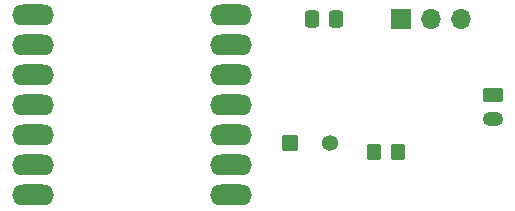
<source format=gbr>
%TF.GenerationSoftware,KiCad,Pcbnew,8.0.8*%
%TF.CreationDate,2025-02-10T00:24:17-08:00*%
%TF.ProjectId,514_final_sensor_pcb,3531345f-6669-46e6-916c-5f73656e736f,rev?*%
%TF.SameCoordinates,Original*%
%TF.FileFunction,Soldermask,Top*%
%TF.FilePolarity,Negative*%
%FSLAX46Y46*%
G04 Gerber Fmt 4.6, Leading zero omitted, Abs format (unit mm)*
G04 Created by KiCad (PCBNEW 8.0.8) date 2025-02-10 00:24:17*
%MOMM*%
%LPD*%
G01*
G04 APERTURE LIST*
G04 Aperture macros list*
%AMRoundRect*
0 Rectangle with rounded corners*
0 $1 Rounding radius*
0 $2 $3 $4 $5 $6 $7 $8 $9 X,Y pos of 4 corners*
0 Add a 4 corners polygon primitive as box body*
4,1,4,$2,$3,$4,$5,$6,$7,$8,$9,$2,$3,0*
0 Add four circle primitives for the rounded corners*
1,1,$1+$1,$2,$3*
1,1,$1+$1,$4,$5*
1,1,$1+$1,$6,$7*
1,1,$1+$1,$8,$9*
0 Add four rect primitives between the rounded corners*
20,1,$1+$1,$2,$3,$4,$5,0*
20,1,$1+$1,$4,$5,$6,$7,0*
20,1,$1+$1,$6,$7,$8,$9,0*
20,1,$1+$1,$8,$9,$2,$3,0*%
G04 Aperture macros list end*
%ADD10RoundRect,0.250000X-0.625000X0.350000X-0.625000X-0.350000X0.625000X-0.350000X0.625000X0.350000X0*%
%ADD11O,1.750000X1.200000*%
%ADD12RoundRect,0.250000X-0.350000X-0.450000X0.350000X-0.450000X0.350000X0.450000X-0.350000X0.450000X0*%
%ADD13RoundRect,0.250000X-0.337500X-0.475000X0.337500X-0.475000X0.337500X0.475000X-0.337500X0.475000X0*%
%ADD14RoundRect,0.102000X-0.579000X-0.579000X0.579000X-0.579000X0.579000X0.579000X-0.579000X0.579000X0*%
%ADD15C,1.362000*%
%ADD16O,3.556000X1.778000*%
%ADD17R,1.700000X1.700000*%
%ADD18O,1.700000X1.700000*%
G04 APERTURE END LIST*
D10*
%TO.C,BT1*%
X112500000Y-64500000D03*
D11*
X112500000Y-66500000D03*
%TD*%
D12*
%TO.C,R1*%
X102500000Y-69250000D03*
X104500000Y-69250000D03*
%TD*%
D13*
%TO.C,C1*%
X97212500Y-58000000D03*
X99287500Y-58000000D03*
%TD*%
D14*
%TO.C,R2*%
X95350000Y-68500000D03*
D15*
X98750000Y-68500000D03*
%TD*%
D16*
%TO.C,U2*%
X73618000Y-57730500D03*
X73618000Y-60270500D03*
X73618000Y-62810500D03*
X73618000Y-65350500D03*
X73618000Y-67890500D03*
X73618000Y-70430500D03*
X73618000Y-72970500D03*
X90382000Y-57730500D03*
X90382000Y-60270500D03*
X90382000Y-62810500D03*
X90382000Y-65350500D03*
X90382000Y-67890500D03*
X90382000Y-70430500D03*
X90382000Y-72970500D03*
%TD*%
D17*
%TO.C,SW1*%
X104725000Y-58000000D03*
D18*
X107265000Y-58000000D03*
X109805000Y-58000000D03*
%TD*%
M02*

</source>
